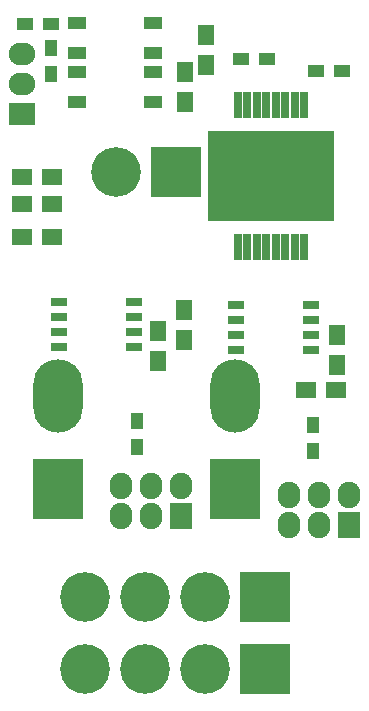
<source format=gts>
%TF.GenerationSoftware,KiCad,Pcbnew,0.201511171411+6319~30~ubuntu15.10.1-product*%
%TF.CreationDate,2015-12-04T10:58:07+01:00*%
%TF.ProjectId,ESC-Base,4553432D426173652E6B696361645F70,rev?*%
%TF.FileFunction,Soldermask,Top*%
%FSLAX46Y46*%
G04 Gerber Fmt 4.6, Leading zero omitted, Abs format (unit mm)*
G04 Created by KiCad (PCBNEW 0.201511171411+6319~30~ubuntu15.10.1-product) date Fr 04 Dez 2015 10:58:07 CET*
%MOMM*%
G01*
G04 APERTURE LIST*
%ADD10C,0.100000*%
%ADD11R,4.200000X5.200000*%
%ADD12O,4.200000X6.200000*%
%ADD13R,4.200000X4.200000*%
%ADD14O,4.200000X4.200000*%
%ADD15C,4.200000*%
%ADD16R,1.927200X2.232000*%
%ADD17O,1.927200X2.232000*%
%ADD18R,1.700000X1.450000*%
%ADD19R,1.450000X1.700000*%
%ADD20R,2.232000X1.927200*%
%ADD21O,2.232000X1.927200*%
%ADD22R,1.100000X1.400000*%
%ADD23R,1.400000X1.100000*%
%ADD24R,0.700000X2.200000*%
%ADD25R,10.700000X7.600000*%
%ADD26R,2.400000X2.400000*%
%ADD27R,1.343000X0.708000*%
%ADD28R,1.500480X1.000100*%
G04 APERTURE END LIST*
D10*
D11*
X65278000Y-123698000D03*
D12*
X65278000Y-115798000D03*
D11*
X50292000Y-123698000D03*
D12*
X50292000Y-115798000D03*
D13*
X60261500Y-96837500D03*
D14*
X55181500Y-96837500D03*
D13*
X67818000Y-138938000D03*
D15*
X62738000Y-138938000D03*
X57658000Y-138938000D03*
X52578000Y-138938000D03*
D13*
X67818000Y-132842000D03*
D15*
X62738000Y-132842000D03*
X57658000Y-132842000D03*
X52578000Y-132842000D03*
D16*
X74930000Y-126746000D03*
D17*
X72390000Y-126746000D03*
X69850000Y-126746000D03*
X74930000Y-124206000D03*
X72390000Y-124206000D03*
X69850000Y-124206000D03*
D16*
X60706000Y-125984000D03*
D17*
X58166000Y-125984000D03*
X55626000Y-125984000D03*
X60706000Y-123444000D03*
X58166000Y-123444000D03*
X55626000Y-123444000D03*
D18*
X49764000Y-99504500D03*
X47264000Y-99504500D03*
X49764000Y-97282000D03*
X47264000Y-97282000D03*
X49764000Y-102362000D03*
X47264000Y-102362000D03*
D19*
X61023500Y-88412000D03*
X61023500Y-90912000D03*
X60960000Y-111041500D03*
X60960000Y-108541500D03*
D18*
X73830500Y-115252500D03*
X71330500Y-115252500D03*
D19*
X58801000Y-112819500D03*
X58801000Y-110319500D03*
X73914000Y-113137000D03*
X73914000Y-110637000D03*
D20*
X47244000Y-91948000D03*
D21*
X47244000Y-89408000D03*
X47244000Y-86868000D03*
D22*
X49720500Y-88539500D03*
X49720500Y-86339500D03*
D23*
X68029000Y-87249000D03*
X65829000Y-87249000D03*
D22*
X57023000Y-120099000D03*
X57023000Y-117899000D03*
X71882000Y-120416500D03*
X71882000Y-118216500D03*
D24*
X70332000Y-103186000D03*
X71132000Y-103186000D03*
X69532000Y-103186000D03*
X68732000Y-103186000D03*
X67932000Y-103186000D03*
X67132000Y-103186000D03*
X66332000Y-103186000D03*
X65532000Y-103186000D03*
X65532000Y-91186000D03*
X66332000Y-91186000D03*
X67132000Y-91186000D03*
X67932000Y-91186000D03*
X68732000Y-91186000D03*
X69532000Y-91186000D03*
X71132000Y-91186000D03*
X70332000Y-91186000D03*
D25*
X68332000Y-97186000D03*
D26*
X68332000Y-97186000D03*
X66332000Y-97186000D03*
X66332000Y-95186000D03*
X68332000Y-99186000D03*
X70332000Y-97186000D03*
X70332000Y-99186000D03*
X70332000Y-95186000D03*
X68332000Y-95186000D03*
X66332000Y-99186000D03*
D27*
X56769000Y-107823000D03*
X56769000Y-109093000D03*
X56769000Y-110363000D03*
X56769000Y-111633000D03*
X50419000Y-111633000D03*
X50419000Y-110363000D03*
X50419000Y-109093000D03*
X50419000Y-107823000D03*
X71755000Y-108077000D03*
X71755000Y-109347000D03*
X71755000Y-110617000D03*
X71755000Y-111887000D03*
X65405000Y-111887000D03*
X65405000Y-110617000D03*
X65405000Y-109347000D03*
X65405000Y-108077000D03*
D28*
X51866800Y-90932000D03*
X51866800Y-88392000D03*
X58369200Y-88392000D03*
X58369200Y-90932000D03*
D19*
X62865000Y-87737000D03*
X62865000Y-85237000D03*
D23*
X49741000Y-84328000D03*
X47541000Y-84328000D03*
X74379000Y-88265000D03*
X72179000Y-88265000D03*
D28*
X51866800Y-86741000D03*
X51866800Y-84201000D03*
X58369200Y-84201000D03*
X58369200Y-86741000D03*
M02*

</source>
